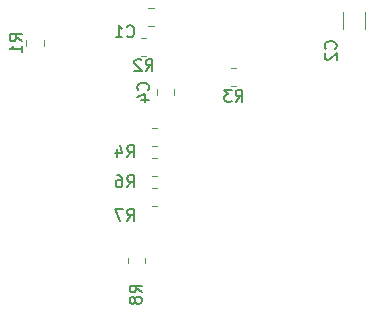
<source format=gbr>
%TF.GenerationSoftware,KiCad,Pcbnew,(6.0.0)*%
%TF.CreationDate,2022-10-20T13:45:11-04:00*%
%TF.ProjectId,TandyKey-B,54616e64-794b-4657-992d-422e6b696361,rev?*%
%TF.SameCoordinates,Original*%
%TF.FileFunction,Legend,Bot*%
%TF.FilePolarity,Positive*%
%FSLAX46Y46*%
G04 Gerber Fmt 4.6, Leading zero omitted, Abs format (unit mm)*
G04 Created by KiCad (PCBNEW (6.0.0)) date 2022-10-20 13:45:11*
%MOMM*%
%LPD*%
G01*
G04 APERTURE LIST*
%ADD10C,0.150000*%
%ADD11C,0.120000*%
G04 APERTURE END LIST*
D10*
%TO.C,R1*%
X115069880Y-86828333D02*
X114593690Y-86495000D01*
X115069880Y-86256904D02*
X114069880Y-86256904D01*
X114069880Y-86637857D01*
X114117500Y-86733095D01*
X114165119Y-86780714D01*
X114260357Y-86828333D01*
X114403214Y-86828333D01*
X114498452Y-86780714D01*
X114546071Y-86733095D01*
X114593690Y-86637857D01*
X114593690Y-86256904D01*
X115069880Y-87780714D02*
X115069880Y-87209285D01*
X115069880Y-87495000D02*
X114069880Y-87495000D01*
X114212738Y-87399761D01*
X114307976Y-87304523D01*
X114355595Y-87209285D01*
%TO.C,C1*%
X123991666Y-86399642D02*
X124039285Y-86447261D01*
X124182142Y-86494880D01*
X124277380Y-86494880D01*
X124420238Y-86447261D01*
X124515476Y-86352023D01*
X124563095Y-86256785D01*
X124610714Y-86066309D01*
X124610714Y-85923452D01*
X124563095Y-85732976D01*
X124515476Y-85637738D01*
X124420238Y-85542500D01*
X124277380Y-85494880D01*
X124182142Y-85494880D01*
X124039285Y-85542500D01*
X123991666Y-85590119D01*
X123039285Y-86494880D02*
X123610714Y-86494880D01*
X123325000Y-86494880D02*
X123325000Y-85494880D01*
X123420238Y-85637738D01*
X123515476Y-85732976D01*
X123610714Y-85780595D01*
%TO.C,C4*%
X125769642Y-90955833D02*
X125817261Y-90908214D01*
X125864880Y-90765357D01*
X125864880Y-90670119D01*
X125817261Y-90527261D01*
X125722023Y-90432023D01*
X125626785Y-90384404D01*
X125436309Y-90336785D01*
X125293452Y-90336785D01*
X125102976Y-90384404D01*
X125007738Y-90432023D01*
X124912500Y-90527261D01*
X124864880Y-90670119D01*
X124864880Y-90765357D01*
X124912500Y-90908214D01*
X124960119Y-90955833D01*
X125198214Y-91812976D02*
X125864880Y-91812976D01*
X124817261Y-91574880D02*
X125531547Y-91336785D01*
X125531547Y-91955833D01*
%TO.C,C2*%
X141644642Y-87463333D02*
X141692261Y-87415714D01*
X141739880Y-87272857D01*
X141739880Y-87177619D01*
X141692261Y-87034761D01*
X141597023Y-86939523D01*
X141501785Y-86891904D01*
X141311309Y-86844285D01*
X141168452Y-86844285D01*
X140977976Y-86891904D01*
X140882738Y-86939523D01*
X140787500Y-87034761D01*
X140739880Y-87177619D01*
X140739880Y-87272857D01*
X140787500Y-87415714D01*
X140835119Y-87463333D01*
X140835119Y-87844285D02*
X140787500Y-87891904D01*
X140739880Y-87987142D01*
X140739880Y-88225238D01*
X140787500Y-88320476D01*
X140835119Y-88368095D01*
X140930357Y-88415714D01*
X141025595Y-88415714D01*
X141168452Y-88368095D01*
X141739880Y-87796666D01*
X141739880Y-88415714D01*
%TO.C,R7*%
X123991666Y-102052380D02*
X124325000Y-101576190D01*
X124563095Y-102052380D02*
X124563095Y-101052380D01*
X124182142Y-101052380D01*
X124086904Y-101100000D01*
X124039285Y-101147619D01*
X123991666Y-101242857D01*
X123991666Y-101385714D01*
X124039285Y-101480952D01*
X124086904Y-101528571D01*
X124182142Y-101576190D01*
X124563095Y-101576190D01*
X123658333Y-101052380D02*
X122991666Y-101052380D01*
X123420238Y-102052380D01*
%TO.C,R2*%
X125579166Y-89352380D02*
X125912500Y-88876190D01*
X126150595Y-89352380D02*
X126150595Y-88352380D01*
X125769642Y-88352380D01*
X125674404Y-88400000D01*
X125626785Y-88447619D01*
X125579166Y-88542857D01*
X125579166Y-88685714D01*
X125626785Y-88780952D01*
X125674404Y-88828571D01*
X125769642Y-88876190D01*
X126150595Y-88876190D01*
X125198214Y-88447619D02*
X125150595Y-88400000D01*
X125055357Y-88352380D01*
X124817261Y-88352380D01*
X124722023Y-88400000D01*
X124674404Y-88447619D01*
X124626785Y-88542857D01*
X124626785Y-88638095D01*
X124674404Y-88780952D01*
X125245833Y-89352380D01*
X124626785Y-89352380D01*
%TO.C,R4*%
X123991666Y-96654880D02*
X124325000Y-96178690D01*
X124563095Y-96654880D02*
X124563095Y-95654880D01*
X124182142Y-95654880D01*
X124086904Y-95702500D01*
X124039285Y-95750119D01*
X123991666Y-95845357D01*
X123991666Y-95988214D01*
X124039285Y-96083452D01*
X124086904Y-96131071D01*
X124182142Y-96178690D01*
X124563095Y-96178690D01*
X123134523Y-95988214D02*
X123134523Y-96654880D01*
X123372619Y-95607261D02*
X123610714Y-96321547D01*
X122991666Y-96321547D01*
%TO.C,R3*%
X133199166Y-91954880D02*
X133532500Y-91478690D01*
X133770595Y-91954880D02*
X133770595Y-90954880D01*
X133389642Y-90954880D01*
X133294404Y-91002500D01*
X133246785Y-91050119D01*
X133199166Y-91145357D01*
X133199166Y-91288214D01*
X133246785Y-91383452D01*
X133294404Y-91431071D01*
X133389642Y-91478690D01*
X133770595Y-91478690D01*
X132865833Y-90954880D02*
X132246785Y-90954880D01*
X132580119Y-91335833D01*
X132437261Y-91335833D01*
X132342023Y-91383452D01*
X132294404Y-91431071D01*
X132246785Y-91526309D01*
X132246785Y-91764404D01*
X132294404Y-91859642D01*
X132342023Y-91907261D01*
X132437261Y-91954880D01*
X132722976Y-91954880D01*
X132818214Y-91907261D01*
X132865833Y-91859642D01*
%TO.C,R6*%
X123991666Y-99194880D02*
X124325000Y-98718690D01*
X124563095Y-99194880D02*
X124563095Y-98194880D01*
X124182142Y-98194880D01*
X124086904Y-98242500D01*
X124039285Y-98290119D01*
X123991666Y-98385357D01*
X123991666Y-98528214D01*
X124039285Y-98623452D01*
X124086904Y-98671071D01*
X124182142Y-98718690D01*
X124563095Y-98718690D01*
X123134523Y-98194880D02*
X123325000Y-98194880D01*
X123420238Y-98242500D01*
X123467857Y-98290119D01*
X123563095Y-98432976D01*
X123610714Y-98623452D01*
X123610714Y-99004404D01*
X123563095Y-99099642D01*
X123515476Y-99147261D01*
X123420238Y-99194880D01*
X123229761Y-99194880D01*
X123134523Y-99147261D01*
X123086904Y-99099642D01*
X123039285Y-99004404D01*
X123039285Y-98766309D01*
X123086904Y-98671071D01*
X123134523Y-98623452D01*
X123229761Y-98575833D01*
X123420238Y-98575833D01*
X123515476Y-98623452D01*
X123563095Y-98671071D01*
X123610714Y-98766309D01*
%TO.C,R8*%
X125229880Y-108100833D02*
X124753690Y-107767500D01*
X125229880Y-107529404D02*
X124229880Y-107529404D01*
X124229880Y-107910357D01*
X124277500Y-108005595D01*
X124325119Y-108053214D01*
X124420357Y-108100833D01*
X124563214Y-108100833D01*
X124658452Y-108053214D01*
X124706071Y-108005595D01*
X124753690Y-107910357D01*
X124753690Y-107529404D01*
X124658452Y-108672261D02*
X124610833Y-108577023D01*
X124563214Y-108529404D01*
X124467976Y-108481785D01*
X124420357Y-108481785D01*
X124325119Y-108529404D01*
X124277500Y-108577023D01*
X124229880Y-108672261D01*
X124229880Y-108862738D01*
X124277500Y-108957976D01*
X124325119Y-109005595D01*
X124420357Y-109053214D01*
X124467976Y-109053214D01*
X124563214Y-109005595D01*
X124610833Y-108957976D01*
X124658452Y-108862738D01*
X124658452Y-108672261D01*
X124706071Y-108577023D01*
X124753690Y-108529404D01*
X124848928Y-108481785D01*
X125039404Y-108481785D01*
X125134642Y-108529404D01*
X125182261Y-108577023D01*
X125229880Y-108672261D01*
X125229880Y-108862738D01*
X125182261Y-108957976D01*
X125134642Y-109005595D01*
X125039404Y-109053214D01*
X124848928Y-109053214D01*
X124753690Y-109005595D01*
X124706071Y-108957976D01*
X124658452Y-108862738D01*
D11*
%TO.C,R1*%
X115470000Y-87222064D02*
X115470000Y-86767936D01*
X116940000Y-87222064D02*
X116940000Y-86767936D01*
%TO.C,C1*%
X125786248Y-85507500D02*
X126308752Y-85507500D01*
X125786248Y-84037500D02*
X126308752Y-84037500D01*
%TO.C,C4*%
X128005000Y-91383752D02*
X128005000Y-90861248D01*
X126535000Y-91383752D02*
X126535000Y-90861248D01*
%TO.C,C2*%
X142282500Y-85801252D02*
X142282500Y-84378748D01*
X144102500Y-85801252D02*
X144102500Y-84378748D01*
%TO.C,R7*%
X126544564Y-99277500D02*
X126090436Y-99277500D01*
X126544564Y-100747500D02*
X126090436Y-100747500D01*
%TO.C,R2*%
X125147944Y-88047500D02*
X125602072Y-88047500D01*
X125147944Y-86577500D02*
X125602072Y-86577500D01*
%TO.C,R4*%
X126090436Y-94197500D02*
X126544564Y-94197500D01*
X126090436Y-95667500D02*
X126544564Y-95667500D01*
%TO.C,R3*%
X132805436Y-89117500D02*
X133259564Y-89117500D01*
X132805436Y-90587500D02*
X133259564Y-90587500D01*
%TO.C,R6*%
X126544564Y-98207500D02*
X126090436Y-98207500D01*
X126544564Y-96737500D02*
X126090436Y-96737500D01*
%TO.C,R8*%
X125512500Y-105182936D02*
X125512500Y-105637064D01*
X124042500Y-105182936D02*
X124042500Y-105637064D01*
%TD*%
M02*

</source>
